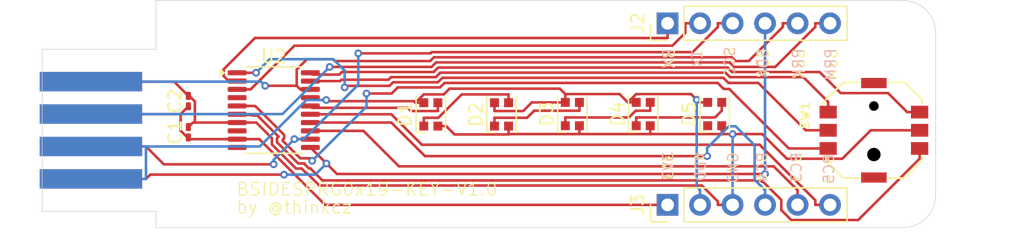
<source format=kicad_pcb>
(kicad_pcb (version 20240108) (generator "pcbnew") (generator_version "8.0")
  (layers (0 "F.Cu" signal) (31 "B.Cu" signal) (34 "B.Paste" user) (35 "F.Paste" user) (36 "B.SilkS" user "B.Silkscreen") (37 "F.SilkS" user "F.Silkscreen") (38 "B.Mask" user) (39 "F.Mask" user) (44 "Edge.Cuts" user))
  (net 0 "")
  (net 1 "+3V3")
  (net 2 "GND")
  (net 3 "Net-(D1-DIN)")
  (net 6 "Net-(SW1-D)")
  (net 9 "Net-(SW1-A)")
  (net 10 "Net-(SW1-CNTR)")
  (net 11 "Net-(SW1-B)")
  (net 12 "Net-(SW1-C)")
  (net 15 "VDD")
  (net 16 "/SCL")
  (net 17 "/SDA")
  (net 18 "/RX")
  (net 19 "/TX")
  (net 20 "Net-(D1-DOUT)")
  (net 21 "Net-(D2-DOUT)")
  (net 22 "Net-(D3-DOUT)")
  (net 23 "/PRK")
  (net 24 "/PRM")
  (net 25 "/PC5")
  (net 26 "/PC3")
  (net 27 "/PC4")
  (net 28 "Net-(D4-DOUT)")
  (footprint "LED_SMD:LED_WS2812B-2020_PLCC4_2.0x2.0mm" (layer "F.Cu") (at 86.711 144.806 90)
    (property "Reference" "D2" (at 0 -2 90) (layer "F.SilkS"))
    (property "Value" "WS2812B-2020")
    (fp_line (start -1.42 -1.15) (end 1.42 -1.15) (stroke (width 0.12)) (layer "F.SilkS"))
    (fp_line (start -1.42 -1.15) (end -1.42 -0.5) (stroke (width 0.12)) (layer "F.SilkS"))
    (fp_line (start -1.42 1.15) (end 1.42 1.15) (stroke (width 0.12)) (layer "F.SilkS"))
    (pad "1" smd rect (at -0.915 -0.55 90) (size 0.7 0.7) (layers "F.Cu" "F.Paste" "F.Mask") (net 21 "Net-(D2-DOUT)"))
    (pad "2" smd rect (at -0.915 0.55 90) (size 0.7 0.7) (layers "F.Cu" "F.Paste" "F.Mask") (net 2 "GND"))
    (pad "3" smd rect (at 0.915 0.55 90) (size 0.7 0.7) (layers "F.Cu" "F.Paste" "F.Mask") (net 20 "Net-(D1-DOUT)"))
    (pad "4" smd rect (at 0.915 -0.55 90) (size 0.7 0.7) (layers "F.Cu" "F.Paste" "F.Mask") (net 15 "VDD"))
  )
  (footprint "LED_SMD:LED_WS2812B-2020_PLCC4_2.0x2.0mm" (layer "F.Cu") (at 97.79 144.78 90)
    (property "Reference" "D4" (at 0 -2 90) (layer "F.SilkS"))
    (property "Value" "WS2812B-2020")
    (fp_line (start -1.42 -1.15) (end 1.42 -1.15) (stroke (width 0.12)) (layer "F.SilkS"))
    (fp_line (start -1.42 -1.15) (end -1.42 -0.5) (stroke (width 0.12)) (layer "F.SilkS"))
    (fp_line (start -1.42 1.15) (end 1.42 1.15) (stroke (width 0.12)) (layer "F.SilkS"))
    (pad "1" smd rect (at -0.915 -0.55 90) (size 0.7 0.7) (layers "F.Cu" "F.Paste" "F.Mask") (net 28 "Net-(D4-DOUT)"))
    (pad "2" smd rect (at -0.915 0.55 90) (size 0.7 0.7) (layers "F.Cu" "F.Paste" "F.Mask") (net 2 "GND"))
    (pad "3" smd rect (at 0.915 0.55 90) (size 0.7 0.7) (layers "F.Cu" "F.Paste" "F.Mask") (net 22 "Net-(D3-DOUT)"))
    (pad "4" smd rect (at 0.915 -0.55 90) (size 0.7 0.7) (layers "F.Cu" "F.Paste" "F.Mask") (net 15 "VDD"))
  )
  (footprint "Connector_PinHeader_2.54mm:PinHeader_1x06_P2.54mm_Vertical" (layer "F.Cu") (at 99.695 151.892 90)
    (property "Reference" "J3" (at 0 -2.33 90) (layer "F.SilkS"))
    (property "Value" "PWR+IO")
    (fp_line (start -1.33 -1.33) (end 0 -1.33) (stroke (width 0.12)) (layer "F.SilkS"))
    (fp_line (start -1.33 0) (end -1.33 -1.33) (stroke (width 0.12)) (layer "F.SilkS"))
    (fp_line (start 1.33 1.27) (end 1.33 14.03) (stroke (width 0.12)) (layer "F.SilkS"))
    (fp_line (start -1.33 1.27) (end 1.33 1.27) (stroke (width 0.12)) (layer "F.SilkS"))
    (fp_line (start -1.33 1.27) (end -1.33 14.03) (stroke (width 0.12)) (layer "F.SilkS"))
    (fp_line (start -1.33 14.03) (end 1.33 14.03) (stroke (width 0.12)) (layer "F.SilkS"))
    (pad "1" thru_hole rect (at 0 0 90) (size 1.7 1.7) (drill 1) (layers "*.Cu" "*.Mask") (net 1 "+3V3"))
    (pad "2" thru_hole oval (at 0 2.54 90) (size 1.7 1.7) (drill 1) (layers "*.Cu" "*.Mask") (net 15 "VDD"))
    (pad "3" thru_hole oval (at 0 5.08 90) (size 1.7 1.7) (drill 1) (layers "*.Cu" "*.Mask") (net 2 "GND"))
    (pad "4" thru_hole oval (at 0 7.62 90) (size 1.7 1.7) (drill 1) (layers "*.Cu" "*.Mask") (net 27 "/PC4"))
    (pad "5" thru_hole oval (at 0 10.16 90) (size 1.7 1.7) (drill 1) (layers "*.Cu" "*.Mask") (net 26 "/PC3"))
    (pad "6" thru_hole oval (at 0 12.7 90) (size 1.7 1.7) (drill 1) (layers "*.Cu" "*.Mask") (net 25 "/PC5"))
  )
  (footprint "LED_SMD:LED_WS2812B-2020_PLCC4_2.0x2.0mm" (layer "F.Cu") (at 103.378 144.78 90)
    (property "Reference" "D5" (at 0 -2 90) (layer "F.SilkS"))
    (property "Value" "WS2812B-2020")
    (fp_line (start -1.42 -1.15) (end 1.42 -1.15) (stroke (width 0.12)) (layer "F.SilkS"))
    (fp_line (start -1.42 -1.15) (end -1.42 -0.5) (stroke (width 0.12)) (layer "F.SilkS"))
    (fp_line (start -1.42 1.15) (end 1.42 1.15) (stroke (width 0.12)) (layer "F.SilkS"))
    (pad "1" smd rect (at -0.915 -0.55 90) (size 0.7 0.7) (layers "F.Cu" "F.Paste" "F.Mask"))
    (pad "2" smd rect (at -0.915 0.55 90) (size 0.7 0.7) (layers "F.Cu" "F.Paste" "F.Mask") (net 2 "GND"))
    (pad "3" smd rect (at 0.915 0.55 90) (size 0.7 0.7) (layers "F.Cu" "F.Paste" "F.Mask") (net 28 "Net-(D4-DOUT)"))
    (pad "4" smd rect (at 0.915 -0.55 90) (size 0.7 0.7) (layers "F.Cu" "F.Paste" "F.Mask") (net 15 "VDD"))
  )
  (footprint "MountingHole:MountingHole_2.1mm" (layer "F.Cu") (at 62.23 151.13)
    (property "Reference" "J1" (hide yes))
    (property "Value" "Conn_01x01_Pin" (hide yes))
    (pad "" np_thru_hole circle (at 0 0) (size 2.1 2.1) (drill 2.1) (layers "*.Cu" "*.Mask"))
  )
  (footprint "MountingHole:MountingHole_2.7mm" (layer "F.Cu") (at 117.729 138.938)
    (property "Reference" "J4" (hide yes))
    (property "Value" "Conn_01x01_Pin" (hide yes))
    (pad "" np_thru_hole circle (at 0 0) (size 2.7 2.7) (drill 2.7) (layers "*.Cu" "*.Mask"))
  )
  (footprint "Package_SO:TSSOP-20_4.4x6.5mm_P0.65mm" (layer "F.Cu") (at 68.9025 144.47)
    (property "Reference" "U2" (at 0 -4.2 0) (layer "F.SilkS"))
    (property "Value" "CH32V003FxPx")
    (fp_line (start 0 -3.385) (end -2.2 -3.385) (stroke (width 0.12)) (layer "F.SilkS"))
    (fp_line (start 0 -3.385) (end 2.2 -3.385) (stroke (width 0.12)) (layer "F.SilkS"))
    (fp_line (start 0 3.385) (end -2.2 3.385) (stroke (width 0.12)) (layer "F.SilkS"))
    (fp_line (start 0 3.385) (end 2.2 3.385) (stroke (width 0.12)) (layer "F.SilkS"))
    (fp_poly (pts (xy -3.86 -2.925) (xy -4.19 -3.165) (xy -4.19 -2.685) (xy -3.86 -2.925)) (stroke (width 0.12)) (fill solid) (layer "F.SilkS"))
    (pad "1" smd roundrect (at -2.8625 -2.925) (size 1.475 0.4) (layers "F.Cu" "F.Paste" "F.Mask") (net 10 "Net-(SW1-CNTR)"))
    (pad "2" smd roundrect (at -2.8625 -2.275) (size 1.475 0.4) (layers "F.Cu" "F.Paste" "F.Mask") (net 18 "/RX"))
    (pad "3" smd roundrect (at -2.8625 -1.625) (size 1.475 0.4) (layers "F.Cu" "F.Paste" "F.Mask") (net 19 "/TX"))
    (pad "4" smd roundrect (at -2.8625 -0.975) (size 1.475 0.4) (layers "F.Cu" "F.Paste" "F.Mask"))
    (pad "5" smd roundrect (at -2.8625 -0.325) (size 1.475 0.4) (layers "F.Cu" "F.Paste" "F.Mask") (net 12 "Net-(SW1-C)"))
    (pad "6" smd roundrect (at -2.8625 0.325) (size 1.475 0.4) (layers "F.Cu" "F.Paste" "F.Mask") (net 6 "Net-(SW1-D)"))
    (pad "7" smd roundrect (at -2.8625 0.975) (size 1.475 0.4) (layers "F.Cu" "F.Paste" "F.Mask") (net 2 "GND"))
    (pad "8" smd roundrect (at -2.8625 1.625) (size 1.475 0.4) (layers "F.Cu" "F.Paste" "F.Mask"))
    (pad "9" smd roundrect (at -2.8625 2.275) (size 1.475 0.4) (layers "F.Cu" "F.Paste" "F.Mask") (net 1 "+3V3"))
    (pad "10" smd roundrect (at -2.8625 2.925) (size 1.475 0.4) (layers "F.Cu" "F.Paste" "F.Mask"))
    (pad "11" smd roundrect (at 2.8625 2.925) (size 1.475 0.4) (layers "F.Cu" "F.Paste" "F.Mask") (net 17 "/SDA"))
    (pad "12" smd roundrect (at 2.8625 2.275) (size 1.475 0.4) (layers "F.Cu" "F.Paste" "F.Mask") (net 16 "/SCL"))
    (pad "13" smd roundrect (at 2.8625 1.625) (size 1.475 0.4) (layers "F.Cu" "F.Paste" "F.Mask") (net 26 "/PC3"))
    (pad "14" smd roundrect (at 2.8625 0.975) (size 1.475 0.4) (layers "F.Cu" "F.Paste" "F.Mask") (net 27 "/PC4"))
    (pad "15" smd roundrect (at 2.8625 0.325) (size 1.475 0.4) (layers "F.Cu" "F.Paste" "F.Mask") (net 25 "/PC5"))
    (pad "16" smd roundrect (at 2.8625 -0.325) (size 1.475 0.4) (layers "F.Cu" "F.Paste" "F.Mask") (net 3 "Net-(D1-DIN)"))
    (pad "17" smd roundrect (at 2.8625 -0.975) (size 1.475 0.4) (layers "F.Cu" "F.Paste" "F.Mask"))
    (pad "18" smd roundrect (at 2.8625 -1.625) (size 1.475 0.4) (layers "F.Cu" "F.Paste" "F.Mask") (net 23 "/PRK"))
    (pad "19" smd roundrect (at 2.8625 -2.275) (size 1.475 0.4) (layers "F.Cu" "F.Paste" "F.Mask") (net 9 "Net-(SW1-A)"))
    (pad "20" smd roundrect (at 2.8625 -2.925) (size 1.475 0.4) (layers "F.Cu" "F.Paste" "F.Mask") (net 11 "Net-(SW1-B)"))
  )
  (footprint "Capacitor_SMD:C_0201_0603Metric_Pad0.64x0.40mm_HandSolder" (layer "F.Cu") (at 62.23 143.764 90)
    (property "Reference" "C2" (at 0 -1.05 90) (layer "F.SilkS"))
    (property "Value" "10uF")
    (pad "1" smd roundrect (at -0.4075 0 90) (size 0.635 0.4) (layers "F.Cu" "F.Mask") (net 1 "+3V3"))
    (pad "2" smd roundrect (at 0.4075 0 90) (size 0.635 0.4) (layers "F.Cu" "F.Mask") (net 2 "GND"))
  )
  (footprint "Connector_PinHeader_2.54mm:PinHeader_1x06_P2.54mm_Vertical" (layer "F.Cu") (at 99.695 137.668 90)
    (property "Reference" "J2" (at 0 -2.33 90) (layer "F.SilkS"))
    (property "Value" "SYS")
    (fp_line (start -1.33 -1.33) (end 0 -1.33) (stroke (width 0.12)) (layer "F.SilkS"))
    (fp_line (start -1.33 0) (end -1.33 -1.33) (stroke (width 0.12)) (layer "F.SilkS"))
    (fp_line (start 1.33 1.27) (end 1.33 14.03) (stroke (width 0.12)) (layer "F.SilkS"))
    (fp_line (start -1.33 1.27) (end 1.33 1.27) (stroke (width 0.12)) (layer "F.SilkS"))
    (fp_line (start -1.33 1.27) (end -1.33 14.03) (stroke (width 0.12)) (layer "F.SilkS"))
    (fp_line (start -1.33 14.03) (end 1.33 14.03) (stroke (width 0.12)) (layer "F.SilkS"))
    (pad "1" thru_hole rect (at 0 0 90) (size 1.7 1.7) (drill 1) (layers "*.Cu" "*.Mask") (net 18 "/RX"))
    (pad "2" thru_hole oval (at 0 2.54 90) (size 1.7 1.7) (drill 1) (layers "*.Cu" "*.Mask") (net 19 "/TX"))
    (pad "3" thru_hole oval (at 0 5.08 90) (size 1.7 1.7) (drill 1) (layers "*.Cu" "*.Mask") (net 16 "/SCL"))
    (pad "4" thru_hole oval (at 0 7.62 90) (size 1.7 1.7) (drill 1) (layers "*.Cu" "*.Mask") (net 17 "/SDA"))
    (pad "5" thru_hole oval (at 0 10.16 90) (size 1.7 1.7) (drill 1) (layers "*.Cu" "*.Mask") (net 23 "/PRK"))
    (pad "6" thru_hole oval (at 0 12.7 90) (size 1.7 1.7) (drill 1) (layers "*.Cu" "*.Mask") (net 24 "/PRM"))
  )
  (footprint "BSides2025:SW_SKRHABE010_SMD" (layer "F.Cu") (at 115.824 146.05)
    (property "Reference" "SW1" (at -4.953 0 90) (layer "F.SilkS") (effects (font (size 0.7 0.7)) (justify left bottom)))
    (property "Value" "SW_SKRHABE010_SMD")
    (fp_line (start -3.75 -2.4) (end -2.4 -3.75) (stroke (width 0.15)) (layer "F.SilkS"))
    (fp_line (start -3.75 2.4) (end -3.75 2.05) (stroke (width 0.15)) (layer "F.SilkS"))
    (fp_line (start -3.75 2.4) (end -2.4 3.75) (stroke (width 0.15)) (layer "F.SilkS"))
    (fp_line (start -1.1 -3.75) (end -2.4 -3.75) (stroke (width 0.15)) (layer "F.SilkS"))
    (fp_line (start -1.1 3.75) (end -2.4 3.75) (stroke (width 0.15)) (layer "F.SilkS"))
    (fp_line (start 1.1 -3.75) (end 2.4 -3.75) (stroke (width 0.15)) (layer "F.SilkS"))
    (fp_line (start 1.1 3.75) (end 2.4 3.75) (stroke (width 0.15)) (layer "F.SilkS"))
    (fp_line (start 3.75 -2.4) (end 2.4 -3.75) (stroke (width 0.15)) (layer "F.SilkS"))
    (fp_line (start 3.75 -2.4) (end 3.75 -2.05) (stroke (width 0.15)) (layer "F.SilkS"))
    (fp_line (start 3.75 2.4) (end 2.4 3.75) (stroke (width 0.15)) (layer "F.SilkS"))
    (fp_line (start 3.75 2.4) (end 3.75 2.05) (stroke (width 0.15)) (layer "F.SilkS"))
    (fp_circle (center -4 -2.125) (end -3.95 -2.125) (stroke (width 0.15)) (fill solid) (layer "F.SilkS"))
    (pad "" np_thru_hole circle (at 0 -1.9) (size 0.75 0.75) (drill 0.75) (layers "*.Mask"))
    (pad "" np_thru_hole circle (at 0 1.9) (size 1.05 1.05) (drill 1.05) (layers "*.Mask"))
    (pad "1" smd rect (at -3.575 -1.425 90) (size 1 1.35) (layers "F.Cu" "F.Paste" "F.Mask") (net 9 "Net-(SW1-A)"))
    (pad "2" smd rect (at -3.575 0 90) (size 1 1.35) (layers "F.Cu" "F.Paste" "F.Mask") (net 10 "Net-(SW1-CNTR)"))
    (pad "3" smd rect (at -3.575 1.425 90) (size 1 1.35) (layers "F.Cu" "F.Paste" "F.Mask") (net 12 "Net-(SW1-C)"))
    (pad "4" smd rect (at 3.575 -1.425 90) (size 1 1.35) (layers "F.Cu" "F.Paste" "F.Mask") (net 11 "Net-(SW1-B)"))
    (pad "5" smd rect (at 3.575 0 90) (size 1 1.35) (layers "F.Cu" "F.Paste" "F.Mask") (net 2 "GND"))
    (pad "6" smd rect (at 3.575 1.425 90) (size 1 1.35) (layers "F.Cu" "F.Paste" "F.Mask") (net 6 "Net-(SW1-D)"))
    (pad "MP" smd rect (at 0 -3.7 90) (size 0.8 2) (layers "F.Cu" "F.Paste" "F.Mask"))
    (pad "MP" smd rect (at 0 3.7 90) (size 0.8 2) (layers "F.Cu" "F.Paste" "F.Mask"))
  )
  (footprint "BSides2025:EDGE_BADGE" (layer "F.Cu") (at 50.8 139.7 -90)
    (property "Reference" "CON1")
    (property "Value" "~")
    (pad "A1" smd rect (at 2.54 -3.81 270) (size 1.524 8) (layers "F.Cu" "F.Paste" "F.Mask") (net 2 "GND"))
    (pad "A2" smd rect (at 5.08 -3.81 270) (size 1.524 8) (layers "F.Cu" "F.Paste" "F.Mask") (net 1 "+3V3"))
    (pad "A3" smd rect (at 7.62 -3.81 270) (size 1.524 8) (layers "F.Cu" "F.Paste" "F.Mask") (net 16 "/SCL"))
    (pad "A4" smd rect (at 10.16 -3.81 270) (size 1.524 8) (layers "F.Cu" "F.Paste" "F.Mask") (net 17 "/SDA"))
    (pad "B1" smd rect (at 2.54 -3.81 270) (size 1.524 8) (layers "B.Cu" "B.Paste" "B.Mask") (net 23 "/PRK"))
    (pad "B2" smd rect (at 5.08 -3.81 270) (size 1.524 8) (layers "B.Cu" "B.Paste" "B.Mask") (net 24 "/PRM"))
    (pad "B3" smd rect (at 7.62 -3.81 270) (size 1.524 8) (layers "B.Cu" "B.Paste" "B.Mask") (net 15 "VDD"))
    (pad "B4" smd rect (at 10.16 -3.81 270) (size 1.524 8) (layers "B.Cu" "B.Paste" "B.Mask") (net 15 "VDD"))
  )
  (footprint "LED_SMD:LED_WS2812B-2020_PLCC4_2.0x2.0mm" (layer "F.Cu") (at 92.25 144.78 90)
    (property "Reference" "D3" (at 0 -2 90) (layer "F.SilkS"))
    (property "Value" "WS2812B-2020")
    (fp_line (start -1.42 -1.15) (end 1.42 -1.15) (stroke (width 0.12)) (layer "F.SilkS"))
    (fp_line (start -1.42 -1.15) (end -1.42 -0.5) (stroke (width 0.12)) (layer "F.SilkS"))
    (fp_line (start -1.42 1.15) (end 1.42 1.15) (stroke (width 0.12)) (layer "F.SilkS"))
    (pad "1" smd rect (at -0.915 -0.55 90) (size 0.7 0.7) (layers "F.Cu" "F.Paste" "F.Mask") (net 22 "Net-(D3-DOUT)"))
    (pad "2" smd rect (at -0.915 0.55 90) (size 0.7 0.7) (layers "F.Cu" "F.Paste" "F.Mask") (net 2 "GND"))
    (pad "3" smd rect (at 0.915 0.55 90) (size 0.7 0.7) (layers "F.Cu" "F.Paste" "F.Mask") (net 21 "Net-(D2-DOUT)"))
    (pad "4" smd rect (at 0.915 -0.55 90) (size 0.7 0.7) (layers "F.Cu" "F.Paste" "F.Mask") (net 15 "VDD"))
  )
  (footprint "LED_SMD:LED_WS2812B-2020_PLCC4_2.0x2.0mm" (layer "F.Cu") (at 81.183 144.806 90)
    (property "Reference" "D1" (at 0 -2 90) (layer "F.SilkS"))
    (property "Value" "WS2812B-2020")
    (fp_line (start -1.42 -1.15) (end 1.42 -1.15) (stroke (width 0.12)) (layer "F.SilkS"))
    (fp_line (start -1.42 -1.15) (end -1.42 -0.5) (stroke (width 0.12)) (layer "F.SilkS"))
    (fp_line (start -1.42 1.15) (end 1.42 1.15) (stroke (width 0.12)) (layer "F.SilkS"))
    (pad "1" smd rect (at -0.915 -0.55 90) (size 0.7 0.7) (layers "F.Cu" "F.Paste" "F.Mask") (net 20 "Net-(D1-DOUT)"))
    (pad "2" smd rect (at -0.915 0.55 90) (size 0.7 0.7) (layers "F.Cu" "F.Paste" "F.Mask") (net 2 "GND"))
    (pad "3" smd rect (at 0.915 0.55 90) (size 0.7 0.7) (layers "F.Cu" "F.Paste" "F.Mask") (net 3 "Net-(D1-DIN)"))
    (pad "4" smd rect (at 0.915 -0.55 90) (size 0.7 0.7) (layers "F.Cu" "F.Paste" "F.Mask") (net 15 "VDD"))
  )
  (footprint "Capacitor_SMD:C_0201_0603Metric_Pad0.64x0.40mm_HandSolder" (layer "F.Cu") (at 62.23 146.2035 90)
    (property "Reference" "C1" (at 0 -1.05 90) (layer "F.SilkS"))
    (property "Value" "100nF")
    (pad "1" smd roundrect (at -0.4075 0 90) (size 0.635 0.4) (layers "F.Cu" "F.Mask") (net 1 "+3V3"))
    (pad "2" smd roundrect (at 0.4075 0 90) (size 0.635 0.4) (layers "F.Cu" "F.Mask") (net 2 "GND"))
  )
  (gr_line (start 50.8 152.4) (end 59.69 152.4) (stroke (width 0.05)) (layer "Edge.Cuts"))
  (gr_line (start 59.69 152.4) (end 59.69 153.67) (stroke (width 0.05)) (layer "Edge.Cuts"))
  (gr_line (start 50.8 139.7) (end 59.69 139.7) (stroke (width 0.05)) (layer "Edge.Cuts"))
  (gr_line (start 50.8 152.4) (end 50.8 139.7) (stroke (width 0.05)) (layer "Edge.Cuts"))
  (gr_line (start 59.69 139.7) (end 59.69 135.89) (stroke (width 0.05)) (layer "Edge.Cuts"))
  (gr_arc (start 120.65 151.13) (mid 119.906051 152.926051) (end 118.11 153.67) (stroke (width 0.05)) (layer "Edge.Cuts"))
  (gr_line (start 120.65 138.43) (end 120.65 151.13) (stroke (width 0.05)) (layer "Edge.Cuts"))
  (gr_arc (start 118.11 135.89) (mid 119.906051 136.633949) (end 120.65 138.43) (stroke (width 0.05)) (layer "Edge.Cuts"))
  (gr_line (start 118.11 135.89) (end 59.69 135.89) (stroke (width 0.05)) (layer "Edge.Cuts"))
  (gr_line (start 59.69 153.67) (end 118.11 153.67) (stroke (width 0.05)) (layer "Edge.Cuts"))
  (gr_text "PC4\n" (at 107.569 147.701 90) (layer "B.SilkS") (effects (font (size 0.8 0.8) (thickness 0.1)) (justify left bottom mirror)))
  (gr_text "PRM" (at 112.903 139.573 90) (layer "B.SilkS") (effects (font (size 0.8 0.8) (thickness 0.1)) (justify left bottom mirror)))
  (gr_text "GND" (at 105.283 147.701 90) (layer "B.SilkS") (effects (font (size 0.8 0.8) (thickness 0.1)) (justify left bottom mirror)))
  (gr_text "PRK" (at 110.363 139.573 90) (layer "B.SilkS") (effects (font (size 0.8 0.8) (thickness 0.1)) (justify left bottom mirror)))
  (gr_text "PC5" (at 112.776 147.828 90) (layer "B.SilkS") (effects (font (size 0.8 0.8) (thickness 0.1)) (justify left bottom mirror)))
  (gr_text "SCL" (at 105.029 139.446 90) (layer "B.SilkS") (effects (font (size 0.8 0.8) (thickness 0.1)) (justify left bottom mirror)))
  (gr_text "3V3" (at 100.203 147.701 90) (layer "B.SilkS") (effects (font (size 0.8 0.8) (thickness 0.1)) (justify left bottom mirror)))
  (gr_text "VDD" (at 102.743 147.701 90) (layer "B.SilkS") (effects (font (size 0.8 0.8) (thickness 0.1)) (justify left bottom mirror)))
  (gr_text "SDA" (at 107.569 139.573 90) (layer "B.SilkS") (effects (font (size 0.8 0.8) (thickness 0.1)) (justify left bottom mirror)))
  (gr_text "PC3\n" (at 110.236 147.701 90) (layer "B.SilkS") (effects (font (size 0.8 0.8) (thickness 0.1)) (justify left bottom mirror)))
  (gr_text "RX" (at 100.203 139.573 90) (layer "B.SilkS") (effects (font (size 0.8 0.8) (thickness 0.1)) (justify left bottom mirror)))
  (gr_text "TX" (at 102.489 139.7 90) (layer "B.SilkS") (effects (font (size 0.8 0.8) (thickness 0.1)) (justify left bottom mirror)))
  (gr_text "PC3\n" (at 109.22 147.701 -90) (layer "F.SilkS") (effects (font (size 0.8 0.8) (thickness 0.1)) (justify left bottom)))
  (gr_text "VDD" (at 101.727 147.701 -90) (layer "F.SilkS") (effects (font (size 0.8 0.8) (thickness 0.1)) (justify left bottom)))
  (gr_text "3V3" (at 99.187 147.701 -90) (layer "F.SilkS") (effects (font (size 0.8 0.8) (thickness 0.1)) (justify left bottom)))
  (gr_text "TX" (at 101.473 139.7 -90) (layer "F.SilkS") (effects (font (size 0.8 0.8) (thickness 0.1)) (justify left bottom)))
  (gr_text "PRK" (at 109.474 139.573 -90) (layer "F.SilkS") (effects (font (size 0.8 0.8) (thickness 0.1)) (justify left bottom)))
  (gr_text "by @thinkcz" (at 65.913 152.654 0) (layer "F.SilkS") (effects (font (size 1 1) (thickness 0.1)) (justify left bottom)))
  (gr_text "RX" (at 99.314 139.573 -90) (layer "F.SilkS") (effects (font (size 0.8 0.8) (thickness 0.1)) (justify left bottom)))
  (gr_text "SCL" (at 104.013 139.446 -90) (layer "F.SilkS") (effects (font (size 0.8 0.8) (thickness 0.1)) (justify left bottom)))
  (gr_text "PC5" (at 111.76 147.828 -90) (layer "F.SilkS") (effects (font (size 0.8 0.8) (thickness 0.1)) (justify left bottom)))
  (gr_text "PRM" (at 112.014 139.573 -90) (layer "F.SilkS") (effects (font (size 0.8 0.8) (thickness 0.1)) (justify left bottom)))
  (gr_text "PC4\n" (at 106.553 147.701 -90) (layer "F.SilkS") (effects (font (size 0.8 0.8) (thickness 0.1)) (justify left bottom)))
  (gr_text "BSIDESPRG0x19-KEY-V1.0" (at 65.913 151.257 0) (layer "F.SilkS") (effects (font (size 1 1) (thickness 0.1)) (justify left bottom)))
  (gr_text "SDA" (at 106.68 139.573 -90) (layer "F.SilkS") (effects (font (size 0.8 0.8) (thickness 0.1)) (justify left bottom)))
  (gr_text "GND" (at 104.267 147.701 -90) (layer "F.SilkS") (effects (font (size 0.8 0.8) (thickness 0.1)) (justify left bottom)))
  (segment (start 62.364 146.745) (end 62.23 146.611) (width 0.2) (layer "F.Cu") (net 1))
  (segment (start 61.6215 144.78) (end 62.23 144.1715) (width 0.2) (layer "F.Cu") (net 1))
  (segment (start 54.61 144.78) (end 61.6215 144.78) (width 0.2) (layer "F.Cu") (net 1))
  (segment (start 66.04 146.745) (end 67.7739 146.745) (width 0.2) (layer "F.Cu") (net 1))
  (segment (start 72.9209 151.892) (end 99.695 151.892) (width 0.2) (layer "F.Cu") (net 1))
  (segment (start 67.7739 146.745) (end 72.9209 151.892) (width 0.2) (layer "F.Cu") (net 1))
  (segment (start 61.6215 144.78) (end 61.6215 146.0787) (width 0.2) (layer "F.Cu") (net 1))
  (segment (start 66.04 146.745) (end 62.364 146.745) (width 0.2) (layer "F.Cu") (net 1))
  (segment (start 62.1538 146.611) (end 62.23 146.611) (width 0.2) (layer "F.Cu") (net 1))
  (segment (start 61.6215 146.0787) (end 62.1538 146.611) (width 0.2) (layer "F.Cu") (net 1))
  (segment (start 62.581 145.445) (end 62.7347 145.445) (width 0.2) (layer "F.Cu") (net 2))
  (segment (start 103.928 146.3467) (end 104.775 146.3467) (width 0.2) (layer "F.Cu") (net 2))
  (segment (start 98.34 146.2458) (end 98.34 146.3452) (width 0.2) (layer "F.Cu") (net 2))
  (segment (start 68.7577 147.1607) (end 70.6441 149.0471) (width 0.2) (layer "F.Cu") (net 2))
  (segment (start 87.2871 146.3466) (end 87.261 146.3727) (width 0.2) (layer "F.Cu") (net 2))
  (segment (start 71.091 149.0471) (end 71.4906 149.4467) (width 0.2) (layer "F.Cu") (net 2))
  (segment (start 98.34 146.3452) (end 98.34 146.3467) (width 0.2) (layer "F.Cu") (net 2))
  (segment (start 71.5368 149.4467) (end 72.4694 150.3793) (width 0.2) (layer "F.Cu") (net 2))
  (segment (start 70.6441 149.0471) (end 71.091 149.0471) (width 0.2) (layer "F.Cu") (net 2))
  (segment (start 103.928 145.695) (end 103.928 146.3467) (width 0.2) (layer "F.Cu") (net 2))
  (segment (start 104.775 151.892) (end 103.6233 151.892) (width 0.2) (layer "F.Cu") (net 2))
  (segment (start 62.23 145.796) (end 62.581 145.445) (width 0.2) (layer "F.Cu") (net 2))
  (segment (start 98.34 145.695) (end 98.34 146.2458) (width 0.2) (layer "F.Cu") (net 2))
  (segment (start 62.7347 145.445) (end 66.04 145.445) (width 0.2) (layer "F.Cu") (net 2))
  (segment (start 87.261 146.3727) (end 83.0364 146.3727) (width 0.2) (layer "F.Cu") (net 2))
  (segment (start 54.61 142.24) (end 61.1135 142.24) (width 0.2) (layer "F.Cu") (net 2))
  (segment (start 104.775 146.3467) (end 107.0904 146.3467) (width 0.2) (layer "F.Cu") (net 2))
  (segment (start 87.261 145.721) (end 87.261 146.3727) (width 0.2) (layer "F.Cu") (net 2))
  (segment (start 68.7577 146.6676) (end 68.7577 147.1607) (width 0.2) (layer "F.Cu") (net 2))
  (segment (start 98.3415 146.3467) (end 103.928 146.3467) (width 0.2) (layer "F.Cu") (net 2))
  (segment (start 67.5351 145.445) (end 68.7577 146.6676) (width 0.2) (layer "F.Cu") (net 2))
  (segment (start 87.29 146.3467) (end 87.2899 146.3466) (width 0.2) (layer "F.Cu") (net 2))
  (segment (start 61.1135 142.24) (end 62.23 143.3565) (width 0.2) (layer "F.Cu") (net 2))
  (segment (start 62.23 143.3565) (end 62.3036 143.3565) (width 0.2) (layer "F.Cu") (net 2))
  (segment (start 103.6233 151.6235) (end 103.6233 151.892) (width 0.2) (layer "F.Cu") (net 2))
  (segment (start 66.04 145.445) (end 67.5351 145.445) (width 0.2) (layer "F.Cu") (net 2))
  (segment (start 83.0364 146.3727) (end 82.3847 145.721) (width 0.2) (layer "F.Cu") (net 2))
  (segment (start 98.34 146.3467) (end 92.8 146.3467) (width 0.2) (layer "F.Cu") (net 2))
  (segment (start 92.8 145.695) (end 92.8 146.3467) (width 0.2) (layer "F.Cu") (net 2))
  (segment (start 109.0229 148.2792) (end 113.353 148.2792) (width 0.2) (layer "F.Cu") (net 2))
  (segment (start 102.3791 150.3793) (end 103.6233 151.6235) (width 0.2) (layer "F.Cu") (net 2))
  (segment (start 92.8 146.3467) (end 87.29 146.3467) (width 0.2) (layer "F.Cu") (net 2))
  (segment (start 87.2899 146.3466) (end 87.2871 146.3466) (width 0.2) (layer "F.Cu") (net 2))
  (segment (start 107.0904 146.3467) (end 109.0229 148.2792) (width 0.2) (layer "F.Cu") (net 2))
  (segment (start 62.3036 143.3565) (end 62.7347 143.7876) (width 0.2) (layer "F.Cu") (net 2))
  (segment (start 98.34 146.3452) (end 98.3415 146.3467) (width 0.2) (layer "F.Cu") (net 2))
  (segment (start 81.733 145.721) (end 82.3847 145.721) (width 0.2) (layer "F.Cu") (net 2))
  (segment (start 62.7347 143.7876) (end 62.7347 145.445) (width 0.2) (layer "F.Cu") (net 2))
  (segment (start 113.353 148.2792) (end 115.5822 146.05) (width 0.2) (layer "F.Cu") (net 2))
  (segment (start 115.5822 146.05) (end 119.399 146.05) (width 0.2) (layer "F.Cu") (net 2))
  (segment (start 72.4694 150.3793) (end 102.3791 150.3793) (width 0.2) (layer "F.Cu") (net 2))
  (segment (start 71.4906 149.4467) (end 71.5368 149.4467) (width 0.2) (layer "F.Cu") (net 2))
  (via (at 104.775 146.3467) (size 0.6) (drill 0.3) (layers "F.Cu" "B.Cu") (net 2))
  (segment (start 104.775 151.892) (end 104.775 146.3467) (width 0.2) (layer "B.Cu") (net 2))
  (segment (start 81.733 144.5427) (end 79.632 144.5427) (width 0.2) (layer "F.Cu") (net 3))
  (segment (start 71.9112 144.2912) (end 71.765 144.145) (width 0.2) (layer "F.Cu") (net 3))
  (segment (start 81.733 143.891) (end 81.733 144.5427) (width 0.2) (layer "F.Cu") (net 3))
  (segment (start 79.632 144.5427) (end 79.3805 144.2912) (width 0.2) (layer "F.Cu") (net 3))
  (segment (start 79.3805 144.2912) (end 71.9112 144.2912) (width 0.2) (layer "F.Cu") (net 3))
  (segment (start 109.3673 153.0802) (end 114.5955 153.0802) (width 0.2) (layer "F.Cu") (net 6))
  (segment (start 69.1594 146.6618) (end 69.1594 146.9944) (width 0.2) (layer "F.Cu") (net 6))
  (segment (start 114.5955 153.0802) (end 119.399 148.2767) (width 0.2) (layer "F.Cu") (net 6))
  (segment (start 106.9668 149.9776) (end 107.0659 150.0767) (width 0.2) (layer "F.Cu") (net 6))
  (segment (start 108.585 151.5066) (end 108.585 152.2979) (width 0.2) (layer "F.Cu") (net 6))
  (segment (start 67.6258 144.8929) (end 69.2771 146.5441) (width 0.2) (layer "F.Cu") (net 6))
  (segment (start 107.0659 150.0767) (end 107.1551 150.0767) (width 0.2) (layer "F.Cu") (net 6))
  (segment (start 66.7782 144.795) (end 66.8303 144.8471) (width 0.2) (layer "F.Cu") (net 6))
  (segment (start 70.8104 148.6454) (end 71.3043 148.6454) (width 0.2) (layer "F.Cu") (net 6))
  (segment (start 71.7779 149.045) (end 72.7105 149.9776) (width 0.2) (layer "F.Cu") (net 6))
  (segment (start 66.8303 144.8471) (end 67.1695 144.8471) (width 0.2) (layer "F.Cu") (net 6))
  (segment (start 108.585 152.2979) (end 109.3673 153.0802) (width 0.2) (layer "F.Cu") (net 6))
  (segment (start 71.3043 148.6924) (end 71.6569 149.045) (width 0.2) (layer "F.Cu") (net 6))
  (segment (start 72.7105 149.9776) (end 106.9668 149.9776) (width 0.2) (layer "F.Cu") (net 6))
  (segment (start 71.3043 148.6454) (end 71.3043 148.6924) (width 0.2) (layer "F.Cu") (net 6))
  (segment (start 67.1695 144.8471) (end 67.2153 144.8929) (width 0.2) (layer "F.Cu") (net 6))
  (segment (start 69.2771 146.5441) (end 69.1594 146.6618) (width 0.2) (layer "F.Cu") (net 6))
  (segment (start 66.04 144.795) (end 66.7782 144.795) (width 0.2) (layer "F.Cu") (net 6))
  (segment (start 67.2153 144.8929) (end 67.6258 144.8929) (width 0.2) (layer "F.Cu") (net 6))
  (segment (start 69.1594 146.9944) (end 70.8104 148.6454) (width 0.2) (layer "F.Cu") (net 6))
  (segment (start 71.6569 149.045) (end 71.7779 149.045) (width 0.2) (layer "F.Cu") (net 6))
  (segment (start 107.1551 150.0767) (end 108.585 151.5066) (width 0.2) (layer "F.Cu") (net 6))
  (segment (start 119.399 147.475) (end 119.399 148.2767) (width 0.2) (layer "F.Cu") (net 6))
  (segment (start 74.0908 142.195) (end 71.765 142.195) (width 0.2) (layer "F.Cu") (net 9))
  (segment (start 112.249 143.8233) (end 110.3129 141.8872) (width 0.2) (layer "F.Cu") (net 9))
  (segment (start 110.3129 141.8872) (end 104.5696 141.8872) (width 0.2) (layer "F.Cu") (net 9))
  (segment (start 112.249 144.625) (end 112.249 143.8233) (width 0.2) (layer "F.Cu") (net 9))
  (segment (start 104.5696 141.8872) (end 104.2181 141.5357) (width 0.2) (layer "F.Cu") (net 9))
  (segment (start 77.8657 142.0889) (end 74.1969 142.0889) (width 0.2) (layer "F.Cu") (net 9))
  (segment (start 104.2181 141.5357) (end 81.9244 141.5357) (width 0.2) (layer "F.Cu") (net 9))
  (segment (start 81.9244 141.5357) (end 81.5729 141.8872) (width 0.2) (layer "F.Cu") (net 9))
  (segment (start 81.5729 141.8872) (end 78.0674 141.8872) (width 0.2) (layer "F.Cu") (net 9))
  (segment (start 78.0674 141.8872) (end 77.8657 142.0889) (width 0.2) (layer "F.Cu") (net 9))
  (segment (start 74.1969 142.0889) (end 74.0908 142.195) (width 0.2) (layer "F.Cu") (net 9))
  (segment (start 81.7392 142.2889) (end 78.2338 142.2889) (width 0.2) (layer "F.Cu") (net 10))
  (segment (start 104.0518 141.9374) (end 82.0907 141.9374) (width 0.2) (layer "F.Cu") (net 10))
  (segment (start 77.9554 142.5673) (end 74.5693 142.5673) (width 0.2) (layer "F.Cu") (net 10))
  (segment (start 110.4949 146.05) (end 106.784 142.3391) (width 0.2) (layer "F.Cu") (net 10))
  (segment (start 112.249 146.05) (end 110.4949 146.05) (width 0.2) (layer "F.Cu") (net 10))
  (segment (start 104.4535 142.3391) (end 104.0518 141.9374) (width 0.2) (layer "F.Cu") (net 10))
  (segment (start 106.784 142.3391) (end 104.4535 142.3391) (width 0.2) (layer "F.Cu") (net 10))
  (segment (start 66.04 141.545) (end 67.5196 141.545) (width 0.2) (layer "F.Cu") (net 10))
  (segment (start 82.0907 141.9374) (end 81.7392 142.2889) (width 0.2) (layer "F.Cu") (net 10))
  (segment (start 78.2338 142.2889) (end 77.9554 142.5673) (width 0.2) (layer "F.Cu") (net 10))
  (segment (start 74.5693 142.5673) (end 74.446 142.6906) (width 0.2) (layer "F.Cu") (net 10))
  (via (at 67.5196 141.545) (size 0.6) (drill 0.3) (layers "F.Cu" "B.Cu") (net 10))
  (via (at 74.446 142.6906) (size 0.6) (drill 0.3) (layers "F.Cu" "B.Cu") (net 10))
  (segment (start 68.5838 140.4808) (end 67.5196 141.545) (width 0.2) (layer "B.Cu") (net 10))
  (segment (start 74.446 142.6906) (end 74.446 141.3738) (width 0.2) (layer "B.Cu") (net 10))
  (segment (start 73.553 140.4808) (end 68.5838 140.4808) (width 0.2) (layer "B.Cu") (net 10))
  (segment (start 74.446 141.3738) (end 73.553 140.4808) (width 0.2) (layer "B.Cu") (net 10))
  (segment (start 74.0304 141.6874) (end 71.9074 141.6874) (width 0.2) (layer "F.Cu") (net 11))
  (segment (start 113.2285 143.1374) (end 111.5766 141.4855) (width 0.2) (layer "F.Cu") (net 11))
  (segment (start 81.4066 141.4855) (end 74.2323 141.4855) (width 0.2) (layer "F.Cu") (net 11))
  (segment (start 111.5766 141.4855) (end 104.7359 141.4855) (width 0.2) (layer "F.Cu") (net 11))
  (segment (start 74.2323 141.4855) (end 74.0304 141.6874) (width 0.2) (layer "F.Cu") (net 11))
  (segment (start 116.9347 143.1374) (end 113.2285 143.1374) (width 0.2) (layer "F.Cu") (net 11))
  (segment (start 118.4223 144.625) (end 116.9347 143.1374) (width 0.2) (layer "F.Cu") (net 11))
  (segment (start 71.9074 141.6874) (end 71.765 141.545) (width 0.2) (layer "F.Cu") (net 11))
  (segment (start 81.7581 141.134) (end 81.4066 141.4855) (width 0.2) (layer "F.Cu") (net 11))
  (segment (start 119.399 144.625) (end 118.4223 144.625) (width 0.2) (layer "F.Cu") (net 11))
  (segment (start 104.7359 141.4855) (end 104.3844 141.134) (width 0.2) (layer "F.Cu") (net 11))
  (segment (start 104.3844 141.134) (end 81.7581 141.134) (width 0.2) (layer "F.Cu") (net 11))
  (segment (start 104.0854 142.8131) (end 104.5142 142.8131) (width 0.2) (layer "F.Cu") (net 12))
  (segment (start 67.4519 144.145) (end 69.7202 146.4133) (width 0.2) (layer "F.Cu") (net 12))
  (segment (start 66.04 144.145) (end 67.4519 144.145) (width 0.2) (layer "F.Cu") (net 12))
  (segment (start 69.7202 146.669) (end 69.6024 146.7868) (width 0.2) (layer "F.Cu") (net 12))
  (segment (start 76.1538 143.169) (end 78.1215 143.169) (width 0.2) (layer "F.Cu") (net 12))
  (segment (start 103.6114 142.3391) (end 104.0854 142.8131) (width 0.2) (layer "F.Cu") (net 12))
  (segment (start 81.9055 142.6906) (end 82.257 142.3391) (width 0.2) (layer "F.Cu") (net 12))
  (segment (start 109.1761 147.475) (end 112.249 147.475) (width 0.2) (layer "F.Cu") (net 12))
  (segment (start 71.7064 148.2437) (end 71.906 148.4433) (width 0.2) (layer "F.Cu") (net 12))
  (segment (start 78.1215 143.169) (end 78.5999 142.6906) (width 0.2) (layer "F.Cu") (net 12))
  (segment (start 78.5999 142.6906) (end 81.9055 142.6906) (width 0.2) (layer "F.Cu") (net 12))
  (segment (start 104.5142 142.8131) (end 109.1761 147.475) (width 0.2) (layer "F.Cu") (net 12))
  (segment (start 70.9767 148.2437) (end 71.7064 148.2437) (width 0.2) (layer "F.Cu") (net 12))
  (segment (start 69.7202 146.4133) (end 69.7202 146.669) (width 0.2) (layer "F.Cu") (net 12))
  (segment (start 69.6024 146.7868) (end 69.6024 146.8694) (width 0.2) (layer "F.Cu") (net 12))
  (segment (start 82.257 142.3391) (end 103.6114 142.3391) (width 0.2) (layer "F.Cu") (net 12))
  (segment (start 69.6024 146.8694) (end 70.9767 148.2437) (width 0.2) (layer "F.Cu") (net 12))
  (via (at 76.1538 143.169) (size 0.6) (drill 0.3) (layers "F.Cu" "B.Cu") (net 12))
  (via (at 71.906 148.4433) (size 0.6) (drill 0.3) (layers "F.Cu" "B.Cu") (net 12))
  (segment (start 76.1538 144.1955) (end 76.1538 143.169) (width 0.2) (layer "B.Cu") (net 12))
  (segment (start 71.906 148.4433) (end 76.1538 144.1955) (width 0.2) (layer "B.Cu") (net 12))
  (segment (start 82.1989 143.2393) (end 82.6476 142.7906) (width 0.2) (layer "F.Cu") (net 15))
  (segment (start 102.828 143.865) (end 102.1763 143.865) (width 0.2) (layer "F.Cu") (net 15))
  (segment (start 91.7 143.865) (end 89.0834 143.865) (width 0.2) (layer "F.Cu") (net 15))
  (segment (start 97.24 143.865) (end 96.5883 143.865) (width 0.2) (layer "F.Cu") (net 15))
  (segment (start 91.2773 142.7906) (end 91.7 143.2133) (width 0.2) (layer "F.Cu") (net 15))
  (segment (start 97.24 143.2133) (end 101.5246 143.2133) (width 0.2) (layer "F.Cu") (net 15))
  (segment (start 91.7 143.865) (end 91.7 143.2133) (width 0.2) (layer "F.Cu") (net 15))
  (segment (start 88.4057 144.5427) (end 86.161 144.5427) (width 0.2) (layer "F.Cu") (net 15))
  (segment (start 80.633 143.891) (end 79.9813 143.891) (width 0.2) (layer "F.Cu") (net 15))
  (segment (start 80.633 143.2393) (end 82.1989 143.2393) (width 0.2) (layer "F.Cu") (net 15))
  (segment (start 91.7 143.2133) (end 95.9366 143.2133) (width 0.2) (layer "F.Cu") (net 15))
  (segment (start 86.161 143.891) (end 86.161 144.5427) (width 0.2) (layer "F.Cu") (net 15))
  (segment (start 73.0973 143.7707) (end 73.0048 143.6782) (width 0.2) (layer "F.Cu") (net 15))
  (segment (start 95.9366 143.2133) (end 96.5883 143.865) (width 0.2) (layer "F.Cu") (net 15))
  (segment (start 89.0834 143.865) (end 88.4057 144.5427) (width 0.2) (layer "F.Cu") (net 15))
  (segment (start 82.6476 142.7906) (end 91.2773 142.7906) (width 0.2) (layer "F.Cu") (net 15))
  (segment (start 79.9813 143.891) (end 79.861 143.7707) (width 0.2) (layer "F.Cu") (net 15))
  (segment (start 102.1763 143.865) (end 101.9716 143.6603) (width 0.2) (layer "F.Cu") (net 15))
  (segment (start 79.9813 143.891) (end 80.633 143.2393) (width 0.2) (layer "F.Cu") (net 15))
  (segment (start 96.5883 143.865) (end 97.24 143.2133) (width 0.2) (layer "F.Cu") (net 15))
  (segment (start 101.5246 143.2133) (end 101.9716 143.6603) (width 0.2) (layer "F.Cu") (net 15))
  (segment (start 79.861 143.7707) (end 73.0973 143.7707) (width 0.2) (layer "F.Cu") (net 15))
  (via (at 101.9716 143.6603) (size 0.6) (drill 0.3) (layers "F.Cu" "B.Cu") (net 15))
  (via (at 73.0048 143.6782) (size 0.6) (drill 0.3) (layers "F.Cu" "B.Cu") (net 15))
  (segment (start 54.61 149.86) (end 58.9117 149.86) (width 0.2) (layer "B.Cu") (net 15))
  (segment (start 101.9716 143.6603) (end 101.9716 150.4769) (width 0.2) (layer "B.Cu") (net 15))
  (segment (start 58.9117 147.32) (end 58.9117 149.86) (width 0.2) (layer "B.Cu") (net 15))
  (segment (start 54.61 147.32) (end 58.8109 147.32) (width 0.2) (layer "B.Cu") (net 15))
  (segment (start 102.235 151.892) (end 102.235 150.7403) (width 0.2) (layer "B.Cu") (net 15))
  (segment (start 67.8122 147.32) (end 71.454 143.6782) (width 0.2) (layer "B.Cu") (net 15))
  (segment (start 71.454 143.6782) (end 73.0048 143.6782) (width 0.2) (layer "B.Cu") (net 15))
  (segment (start 58.9117 147.32) (end 67.8122 147.32) (width 0.2) (layer "B.Cu") (net 15))
  (segment (start 101.9716 150.4769) (end 102.235 150.7403) (width 0.2) (layer "B.Cu") (net 15))
  (segment (start 58.8109 147.32) (end 58.9117 147.32) (width 0.2) (layer "B.Cu") (net 15))
  (segment (start 103.6233 137.668) (end 103.6233 137.9559) (width 0.2) (layer "F.Cu") (net 16))
  (segment (start 103.6233 137.9559) (end 101.6503 139.9289) (width 0.2) (layer "F.Cu") (net 16))
  (segment (start 54.61 147.32) (end 58.9117 147.32) (width 0.2) (layer "F.Cu") (net 16))
  (segment (start 101.6503 139.9289) (end 81.2592 139.9289) (width 0.2) (layer "F.Cu") (net 16))
  (segment (start 58.9117 147.32) (end 60.307 148.7153) (width 0.2) (layer "F.Cu") (net 16))
  (segment (start 81.1649 140.0232) (end 75.5098 140.0232) (width 0.2) (layer "F.Cu") (net 16))
  (segment (start 104.775 137.668) (end 103.6233 137.668) (width 0.2) (layer "F.Cu") (net 16))
  (segment (start 71.765 146.745) (end 70.5134 146.745) (width 0.2) (layer "F.Cu") (net 16))
  (segment (start 60.307 148.7153) (end 68.8931 148.7153) (width 0.2) (layer "F.Cu") (net 16))
  (segment (start 81.2592 139.9289) (end 81.1649 140.0232) (width 0.2) (layer "F.Cu") (net 16))
  (via (at 75.5098 140.0232) (size 0.6) (drill 0.3) (layers "F.Cu" "B.Cu") (net 16))
  (via (at 68.8931 148.7153) (size 0.6) (drill 0.3) (layers "F.Cu" "B.Cu") (net 16))
  (via (at 70.5134 146.745) (size 0.6) (drill 0.3) (layers "F.Cu" "B.Cu") (net 16))
  (segment (start 68.8931 148.3653) (end 68.8931 148.7153) (width 0.2) (layer "B.Cu") (net 16))
  (segment (start 75.5098 140.0232) (end 75.5098 142.4777) (width 0.2) (layer "B.Cu") (net 16))
  (segment (start 70.5134 146.745) (end 68.8931 148.3653) (width 0.2) (layer "B.Cu") (net 16))
  (segment (start 71.2425 146.745) (end 70.5134 146.745) (width 0.2) (layer "B.Cu") (net 16))
  (segment (start 75.5098 142.4777) (end 71.2425 146.745) (width 0.2) (layer "B.Cu") (net 16))
  (segment (start 73.0213 148.6513) (end 71.765 147.395) (width 0.2) (layer "F.Cu") (net 17))
  (segment (start 58.9117 149.86) (end 59.2473 149.5244) (width 0.2) (layer "F.Cu") (net 17))
  (segment (start 59.2473 149.5244) (end 69.7021 149.5244) (width 0.2) (layer "F.Cu") (net 17))
  (segment (start 54.61 149.86) (end 58.9117 149.86) (width 0.2) (layer "F.Cu") (net 17))
  (segment (start 73.845 149.475) (end 107.315 149.475) (width 0.2) (layer "F.Cu") (net 17))
  (segment (start 73.0213 148.6513) (end 73.845 149.475) (width 0.2) (layer "F.Cu") (net 17))
  (via (at 73.0213 148.6513) (size 0.6) (drill 0.3) (layers "F.Cu" "B.Cu") (net 17))
  (via (at 107.315 149.475) (size 0.6) (drill 0.3) (layers "F.Cu" "B.Cu") (net 17))
  (via (at 69.7021 149.5244) (size 0.6) (drill 0.3) (layers "F.Cu" "B.Cu") (net 17))
  (segment (start 107.315 137.668) (end 107.315 149.475) (width 0.2) (layer "B.Cu") (net 17))
  (segment (start 72.1482 149.5244) (end 69.7021 149.5244) (width 0.2) (layer "B.Cu") (net 17))
  (segment (start 73.0213 148.6513) (end 72.1482 149.5244) (width 0.2) (layer "B.Cu") (net 17))
  (segment (start 64.9891 141.2654) (end 67.4348 138.8197) (width 0.2) (layer "F.Cu") (net 18))
  (segment (start 67.4348 138.8197) (end 99.695 138.8197) (width 0.2) (layer "F.Cu") (net 18))
  (segment (start 66.04 142.195) (end 65.3782 142.195) (width 0.2) (layer "F.Cu") (net 18))
  (segment (start 99.695 137.668) (end 99.695 138.8197) (width 0.2) (layer "F.Cu") (net 18))
  (segment (start 64.9891 141.8059) (end 64.9891 141.2654) (width 0.2) (layer "F.Cu") (net 18))
  (segment (start 65.3782 142.195) (end 64.9891 141.8059) (width 0.2) (layer "F.Cu") (net 18))
  (segment (start 101.0833 138.4085) (end 100.0703 139.4215) (width 0.2) (layer "F.Cu") (net 19))
  (segment (start 67.0961 142.845) (end 66.04 142.845) (width 0.2) (layer "F.Cu") (net 19))
  (segment (start 100.0703 139.4215) (end 70.5196 139.4215) (width 0.2) (layer "F.Cu") (net 19))
  (segment (start 102.235 137.668) (end 101.0833 137.668) (width 0.2) (layer "F.Cu") (net 19))
  (segment (start 101.0833 137.668) (end 101.0833 138.4085) (width 0.2) (layer "F.Cu") (net 19))
  (segment (start 70.5196 139.4215) (end 67.0961 142.845) (width 0.2) (layer "F.Cu") (net 19))
  (segment (start 80.633 145.721) (end 80.633 145.0693) (width 0.2) (layer "F.Cu") (net 20))
  (segment (start 87.261 143.891) (end 87.261 143.2393) (width 0.2) (layer "F.Cu") (net 20))
  (segment (start 80.633 145.0693) (end 81.7745 145.0693) (width 0.2) (layer "F.Cu") (net 20))
  (segment (start 83.6045 143.2393) (end 87.261 143.2393) (width 0.2) (layer "F.Cu") (net 20))
  (segment (start 81.7745 145.0693) (end 83.6045 143.2393) (width 0.2) (layer "F.Cu") (net 20))
  (segment (start 86.161 145.0693) (end 88.7109 145.0693) (width 0.2) (layer "F.Cu") (net 21))
  (segment (start 92.8 143.865) (end 92.8 144.5167) (width 0.2) (layer "F.Cu") (net 21))
  (segment (start 88.7109 145.0693) (end 89.2635 144.5167) (width 0.2) (layer "F.Cu") (net 21))
  (segment (start 89.2635 144.5167) (end 92.8 144.5167) (width 0.2) (layer "F.Cu") (net 21))
  (segment (start 86.161 145.721) (end 86.161 145.0693) (width 0.2) (layer "F.Cu") (net 21))
  (segment (start 98.34 144.5167) (end 97.1985 144.5167) (width 0.2) (layer "F.Cu") (net 22))
  (segment (start 96.6719 145.0433) (end 91.7 145.0433) (width 0.2) (layer "F.Cu") (net 22))
  (segment (start 98.34 143.865) (end 98.34 144.5167) (width 0.2) (layer "F.Cu") (net 22))
  (segment (start 97.1985 144.5167) (end 96.6719 145.0433) (width 0.2) (layer "F.Cu") (net 22))
  (segment (start 91.7 145.695) (end 91.7 145.0433) (width 0.2) (layer "F.Cu") (net 22))
  (segment (start 109.855 137.668) (end 108.7033 137.668) (width 0.2) (layer "F.Cu") (net 23))
  (segment (start 108.7033 137.668) (end 108.7033 137.9559) (width 0.2) (layer "F.Cu") (net 23))
  (segment (start 81.4255 140.3306) (end 81.1311 140.625) (width 0.2) (layer "F.Cu") (net 23))
  (segment (start 70.6985 141.2879) (end 70.6985 142.5626) (width 0.2) (layer "F.Cu") (net 23))
  (segment (start 70.6985 142.5626) (end 68.2329 142.5626) (width 0.2) (layer "F.Cu") (net 23))
  (segment (start 71.765 142.845) (end 70.9809 142.845) (width 0.2) (layer "F.Cu") (net 23))
  (segment (start 108.7033 137.9559) (end 106.0342 140.625) (width 0.2) (layer "F.Cu") (net 23))
  (segment (start 104.717 140.3306) (end 81.4255 140.3306) (width 0.2) (layer "F.Cu") (net 23))
  (segment (start 73.5259 140.484) (end 71.5024 140.484) (width 0.2) (layer "F.Cu") (net 23))
  (segment (start 70.9809 142.845) (end 70.6985 142.5626) (width 0.2) (layer "F.Cu") (net 23))
  (segment (start 106.0342 140.625) (end 105.0114 140.625) (width 0.2) (layer "F.Cu") (net 23))
  (segment (start 81.1311 140.625) (end 73.6669 140.625) (width 0.2) (layer "F.Cu") (net 23))
  (segment (start 73.6669 140.625) (end 73.5259 140.484) (width 0.2) (layer "F.Cu") (net 23))
  (segment (start 105.0114 140.625) (end 104.717 140.3306) (width 0.2) (layer "F.Cu") (net 23))
  (segment (start 71.5024 140.484) (end 70.6985 141.2879) (width 0.2) (layer "F.Cu") (net 23))
  (via (at 68.2329 142.5626) (size 0.6) (drill 0.3) (layers "F.Cu" "B.Cu") (net 23))
  (segment (start 67.9103 142.24) (end 68.2329 142.5626) (width 0.2) (layer "B.Cu") (net 23))
  (segment (start 54.61 142.24) (end 67.9103 142.24) (width 0.2) (layer "B.Cu") (net 23))
  (segment (start 81.2403 141.0838) (end 73.2786 141.0838) (width 0.2) (layer "F.Cu") (net 24))
  (segment (start 73.2786 141.0838) (end 73.2767 141.0857) (width 0.2) (layer "F.Cu") (net 24))
  (segment (start 112.395 137.668) (end 111.2433 137.668) (width 0.2) (layer "F.Cu") (net 24))
  (segment (start 104.5507 140.7323) (end 81.5918 140.7323) (width 0.2) (layer "F.Cu") (net 24))
  (segment (start 81.5918 140.7323) (end 81.2403 141.0838) (width 0.2) (layer "F.Cu") (net 24))
  (segment (start 111.2433 137.9523) (end 108.1118 141.0838) (width 0.2) (layer "F.Cu") (net 24))
  (segment (start 111.2433 137.668) (end 111.2433 137.9523) (width 0.2) (layer "F.Cu") (net 24))
  (segment (start 108.1118 141.0838) (end 104.9022 141.0838) (width 0.2) (layer "F.Cu") (net 24))
  (segment (start 104.9022 141.0838) (end 104.5507 140.7323) (width 0.2) (layer "F.Cu") (net 24))
  (via (at 73.2767 141.0857) (size 0.6) (drill 0.3) (layers "F.Cu" "B.Cu") (net 24))
  (segment (start 73.2767 141.0857) (end 69.5824 144.78) (width 0.2) (layer "B.Cu") (net 24))
  (segment (start 69.5824 144.78) (end 54.61 144.78) (width 0.2) (layer "B.Cu") (net 24))
  (segment (start 106.8919 147.1826) (end 111.2433 151.534) (width 0.2) (layer "F.Cu") (net 25))
  (segment (start 111.2433 151.534) (end 111.2433 151.892) (width 0.2) (layer "F.Cu") (net 25))
  (segment (start 71.765 144.795) (end 78.0947 144.795) (width 0.2) (layer "F.Cu") (net 25))
  (segment (start 80.4823 147.1826) (end 106.8919 147.1826) (width 0.2) (layer "F.Cu") (net 25))
  (segment (start 112.395 151.892) (end 111.2433 151.892) (width 0.2) (layer "F.Cu") (net 25))
  (segment (start 78.0947 144.795) (end 80.4823 147.1826) (width 0.2) (layer "F.Cu") (net 25))
  (segment (start 107.9879 148.8732) (end 109.855 150.7403) (width 0.2) (layer "F.Cu") (net 26))
  (segment (start 78.6895 148.8732) (end 107.9879 148.8732) (width 0.2) (layer "F.Cu") (net 26))
  (segment (start 109.855 151.892) (end 109.855 150.7403) (width 0.2) (layer "F.Cu") (net 26))
  (segment (start 71.765 146.095) (end 75.9113 146.095) (width 0.2) (layer "F.Cu") (net 26))
  (segment (start 75.9113 146.095) (end 78.6895 148.8732) (width 0.2) (layer "F.Cu") (net 26))
  (segment (start 80.7233 148.074) (end 102.7867 148.074) (width 0.2) (layer "F.Cu") (net 27))
  (segment (start 71.765 145.445) (end 78.0943 145.445) (width 0.2) (layer "F.Cu") (net 27))
  (segment (start 78.0943 145.445) (end 80.7233 148.074) (width 0.2) (layer "F.Cu") (net 27))
  (via (at 102.7867 148.074) (size 0.6) (drill 0.3) (layers "F.Cu" "B.Cu") (net 27))
  (segment (start 107.315 151.892) (end 107.315 150.7403) (width 0.2) (layer "B.Cu") (net 27))
  (segment (start 107.315 150.7403) (end 106.5006 149.9259) (width 0.2) (layer "B.Cu") (net 27))
  (segment (start 106.5006 149.9259) (end 106.5006 147.2212) (width 0.2) (layer "B.Cu") (net 27))
  (segment (start 106.5006 147.2212) (end 105.0163 145.7369) (width 0.2) (layer "B.Cu") (net 27))
  (segment (start 105.0163 145.7369) (end 104.4885 145.7369) (width 0.2) (layer "B.Cu") (net 27))
  (segment (start 102.7867 147.4387) (end 102.7867 148.074) (width 0.2) (layer "B.Cu") (net 27))
  (segment (start 104.4885 145.7369) (end 102.7867 147.4387) (width 0.2) (layer "B.Cu") (net 27))
  (segment (start 103.928 143.865) (end 103.928 144.5167) (width 0.2) (layer "F.Cu") (net 28))
  (segment (start 97.24 145.0433) (end 103.4014 145.0433) (width 0.2) (layer "F.Cu") (net 28))
  (segment (start 103.4014 145.0433) (end 103.928 144.5167) (width 0.2) (layer "F.Cu") (net 28))
  (segment (start 97.24 145.695) (end 97.24 145.0433) (width 0.2) (layer "F.Cu") (net 28))
)
</source>
